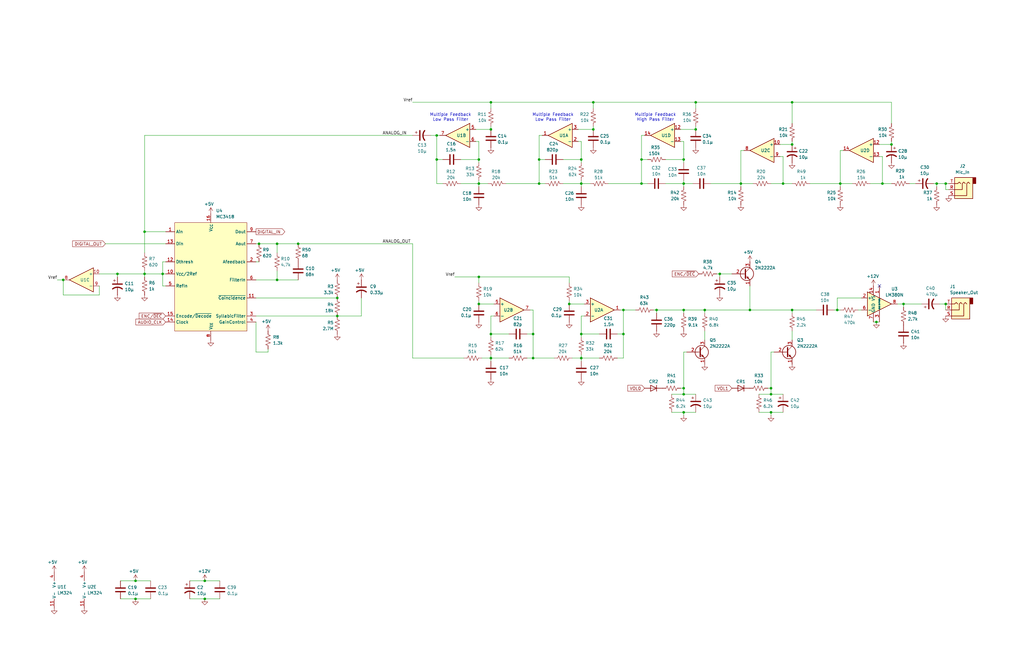
<source format=kicad_sch>
(kicad_sch (version 20231120) (generator "eeschema") (generator_version "8.0")
  (paper "USLedger")
  (title_block (title "Mountain Computer Supertalker") (date "2024-10-02") (comment 2 "captured by Mark Aikens") (comment 3 "by Mountain Computer") (comment 4 "Apple II speech digitizer & playback card"))
  (junction (at 116.84 118.11))
  (junction (at 60.96 97.79))
  (junction (at 125.73 102.87))
  (junction (at 116.84 102.87))
  (junction (at 398.78 128.27))
  (junction (at 297.18 130.81))
  (junction (at 325.12 173.99))
  (junction (at 201.93 77.47))
  (junction (at 398.78 77.47))
  (junction (at 293.37 43.18))
  (junction (at 293.37 54.61))
  (junction (at 60.96 115.57))
  (junction (at 316.23 130.81))
  (junction (at 375.92 60.96))
  (junction (at 372.11 77.47))
  (junction (at 288.29 173.99))
  (junction (at 334.01 130.81))
  (junction (at 57.15 252.73))
  (junction (at 245.11 67.31))
  (junction (at 325.12 163.83))
  (junction (at 270.51 67.31))
  (junction (at 201.93 67.31))
  (junction (at 68.58 115.57))
  (junction (at 57.15 245.11))
  (junction (at 369.57 135.89))
  (junction (at 381 128.27))
  (junction (at 276.86 130.81))
  (junction (at 201.93 128.27))
  (junction (at 270.51 77.47))
  (junction (at 288.29 130.81))
  (junction (at 201.93 116.84))
  (junction (at 240.03 128.27))
  (junction (at 303.53 115.57))
  (junction (at 184.15 67.31))
  (junction (at 334.01 43.18))
  (junction (at 142.24 125.73))
  (junction (at 227.33 77.47))
  (junction (at 250.19 43.18))
  (junction (at 334.01 60.96))
  (junction (at 288.29 77.47))
  (junction (at 207.01 151.13))
  (junction (at 86.36 252.73))
  (junction (at 49.53 115.57))
  (junction (at 262.89 130.81))
  (junction (at 245.11 151.13))
  (junction (at 86.36 245.11))
  (junction (at 224.79 140.97))
  (junction (at 142.24 133.35))
  (junction (at 353.06 130.81))
  (junction (at 224.79 151.13))
  (junction (at 207.01 54.61))
  (junction (at 325.12 166.37))
  (junction (at 109.22 102.87))
  (junction (at 288.29 163.83))
  (junction (at 227.33 67.31))
  (junction (at 26.67 118.11))
  (junction (at 394.97 77.47))
  (junction (at 354.33 77.47))
  (junction (at 262.89 140.97))
  (junction (at 330.2 77.47))
  (junction (at 184.15 57.15))
  (junction (at 207.01 43.18))
  (junction (at 245.11 77.47))
  (junction (at 288.29 166.37))
  (junction (at 288.29 67.31))
  (junction (at 245.11 140.97))
  (junction (at 312.42 77.47))
  (junction (at 207.01 140.97))
  (junction (at 250.19 54.61))
  (no_connect (at 370.84 120.65))
  (wire (pts (xy 60.96 114.3) (xy 60.96 115.57)))
  (wire (pts (xy 372.11 77.47) (xy 372.11 66.04)))
  (wire (pts (xy 245.11 140.97) (xy 252.73 140.97)))
  (wire (pts (xy 201.93 116.84) (xy 240.03 116.84)))
  (wire (pts (xy 86.36 245.11) (xy 92.71 245.11)))
  (wire (pts (xy 60.96 115.57) (xy 60.96 116.84)))
  (wire (pts (xy 69.85 120.65) (xy 68.58 120.65)))
  (wire (pts (xy 68.58 115.57) (xy 68.58 120.65)))
  (wire (pts (xy 205.74 77.47) (xy 201.93 77.47)))
  (wire (pts (xy 369.57 135.89) (xy 370.84 135.89)))
  (wire (pts (xy 334.01 60.96) (xy 328.93 60.96)))
  (wire (pts (xy 203.2 151.13) (xy 207.01 151.13)))
  (wire (pts (xy 334.01 43.18) (xy 334.01 52.07)))
  (wire (pts (xy 398.78 77.47) (xy 394.97 77.47)))
  (wire (pts (xy 353.06 130.81) (xy 354.33 130.81)))
  (wire (pts (xy 245.11 140.97) (xy 245.11 133.35)))
  (wire (pts (xy 394.97 77.47) (xy 393.7 77.47)))
  (wire (pts (xy 44.45 102.87) (xy 69.85 102.87)))
  (wire (pts (xy 109.22 102.87) (xy 116.84 102.87)))
  (wire (pts (xy 243.84 54.61) (xy 250.19 54.61)))
  (wire (pts (xy 330.2 66.04) (xy 328.93 66.04)))
  (wire (pts (xy 312.42 63.5) (xy 312.42 77.47)))
  (wire (pts (xy 293.37 166.37) (xy 288.29 166.37)))
  (wire (pts (xy 50.8 252.73) (xy 57.15 252.73)))
  (wire (pts (xy 288.29 67.31) (xy 288.29 68.58)))
  (wire (pts (xy 312.42 77.47) (xy 299.72 77.47)))
  (wire (pts (xy 208.28 128.27) (xy 201.93 128.27)))
  (wire (pts (xy 330.2 166.37) (xy 325.12 166.37)))
  (wire (pts (xy 50.8 245.11) (xy 57.15 245.11)))
  (wire (pts (xy 293.37 53.34) (xy 293.37 54.61)))
  (wire (pts (xy 293.37 54.61) (xy 287.02 54.61)))
  (wire (pts (xy 80.01 245.11) (xy 86.36 245.11)))
  (wire (pts (xy 60.96 97.79) (xy 60.96 57.15)))
  (wire (pts (xy 184.15 57.15) (xy 185.42 57.15)))
  (wire (pts (xy 207.01 53.34) (xy 207.01 54.61)))
  (wire (pts (xy 398.78 128.27) (xy 398.78 130.81)))
  (wire (pts (xy 107.95 102.87) (xy 109.22 102.87)))
  (wire (pts (xy 201.93 68.58) (xy 201.93 67.31)))
  (wire (pts (xy 246.38 128.27) (xy 240.03 128.27)))
  (wire (pts (xy 323.85 163.83) (xy 325.12 163.83)))
  (wire (pts (xy 288.29 163.83) (xy 288.29 166.37)))
  (wire (pts (xy 173.99 102.87) (xy 173.99 151.13)))
  (wire (pts (xy 26.67 118.11) (xy 24.13 118.11)))
  (wire (pts (xy 245.11 133.35) (xy 246.38 133.35)))
  (wire (pts (xy 400.05 77.47) (xy 398.78 77.47)))
  (wire (pts (xy 381 128.27) (xy 388.62 128.27)))
  (wire (pts (xy 60.96 97.79) (xy 69.85 97.79)))
  (wire (pts (xy 293.37 43.18) (xy 293.37 45.72)))
  (wire (pts (xy 381 128.27) (xy 378.46 128.27)))
  (wire (pts (xy 353.06 125.73) (xy 363.22 125.73)))
  (wire (pts (xy 184.15 57.15) (xy 181.61 57.15)))
  (wire (pts (xy 275.59 130.81) (xy 276.86 130.81)))
  (wire (pts (xy 288.29 67.31) (xy 288.29 59.69)))
  (wire (pts (xy 191.77 116.84) (xy 201.93 116.84)))
  (wire (pts (xy 49.53 115.57) (xy 49.53 116.84)))
  (wire (pts (xy 201.93 78.74) (xy 201.93 77.47)))
  (wire (pts (xy 184.15 57.15) (xy 184.15 67.31)))
  (wire (pts (xy 207.01 151.13) (xy 207.01 152.4)))
  (wire (pts (xy 107.95 110.49) (xy 109.22 110.49)))
  (wire (pts (xy 49.53 115.57) (xy 60.96 115.57)))
  (wire (pts (xy 125.73 102.87) (xy 173.99 102.87)))
  (wire (pts (xy 351.79 130.81) (xy 353.06 130.81)))
  (wire (pts (xy 330.2 66.04) (xy 330.2 77.47)))
  (wire (pts (xy 113.03 148.59) (xy 113.03 147.32)))
  (wire (pts (xy 292.1 77.47) (xy 288.29 77.47)))
  (wire (pts (xy 381 129.54) (xy 381 128.27)))
  (wire (pts (xy 201.93 67.31) (xy 194.31 67.31)))
  (wire (pts (xy 207.01 140.97) (xy 214.63 140.97)))
  (wire (pts (xy 375.92 77.47) (xy 372.11 77.47)))
  (wire (pts (xy 297.18 130.81) (xy 297.18 132.08)))
  (wire (pts (xy 320.04 166.37) (xy 325.12 166.37)))
  (wire (pts (xy 325.12 173.99) (xy 325.12 175.26)))
  (wire (pts (xy 368.3 135.89) (xy 369.57 135.89)))
  (wire (pts (xy 262.89 130.81) (xy 261.62 130.81)))
  (wire (pts (xy 116.84 114.3) (xy 116.84 118.11)))
  (wire (pts (xy 270.51 77.47) (xy 270.51 67.31)))
  (wire (pts (xy 116.84 102.87) (xy 125.73 102.87)))
  (wire (pts (xy 207.01 43.18) (xy 207.01 45.72)))
  (wire (pts (xy 334.01 130.81) (xy 344.17 130.81)))
  (wire (pts (xy 227.33 77.47) (xy 213.36 77.47)))
  (wire (pts (xy 283.21 166.37) (xy 288.29 166.37)))
  (wire (pts (xy 334.01 43.18) (xy 375.92 43.18)))
  (wire (pts (xy 116.84 106.68) (xy 116.84 102.87)))
  (wire (pts (xy 224.79 130.81) (xy 223.52 130.81)))
  (wire (pts (xy 222.25 140.97) (xy 224.79 140.97)))
  (wire (pts (xy 201.93 77.47) (xy 201.93 76.2)))
  (wire (pts (xy 317.5 77.47) (xy 312.42 77.47)))
  (wire (pts (xy 276.86 130.81) (xy 276.86 132.08)))
  (wire (pts (xy 107.95 135.89) (xy 107.95 148.59)))
  (wire (pts (xy 262.89 140.97) (xy 262.89 130.81)))
  (wire (pts (xy 288.29 77.47) (xy 288.29 76.2)))
  (wire (pts (xy 262.89 130.81) (xy 267.97 130.81)))
  (wire (pts (xy 260.35 140.97) (xy 262.89 140.97)))
  (wire (pts (xy 201.93 67.31) (xy 201.93 59.69)))
  (wire (pts (xy 86.36 252.73) (xy 80.01 252.73)))
  (wire (pts (xy 60.96 97.79) (xy 60.96 106.68)))
  (wire (pts (xy 41.91 120.65) (xy 41.91 124.46)))
  (wire (pts (xy 288.29 130.81) (xy 288.29 132.08)))
  (wire (pts (xy 398.78 80.01) (xy 398.78 77.47)))
  (wire (pts (xy 227.33 57.15) (xy 227.33 67.31)))
  (wire (pts (xy 375.92 60.96) (xy 375.92 59.69)))
  (wire (pts (xy 60.96 115.57) (xy 68.58 115.57)))
  (wire (pts (xy 330.2 173.99) (xy 325.12 173.99)))
  (wire (pts (xy 86.36 252.73) (xy 92.71 252.73)))
  (wire (pts (xy 107.95 118.11) (xy 116.84 118.11)))
  (wire (pts (xy 288.29 148.59) (xy 288.29 163.83)))
  (wire (pts (xy 184.15 77.47) (xy 186.69 77.47)))
  (wire (pts (xy 152.4 133.35) (xy 142.24 133.35)))
  (wire (pts (xy 201.93 59.69) (xy 200.66 59.69)))
  (wire (pts (xy 245.11 67.31) (xy 245.11 59.69)))
  (wire (pts (xy 57.15 252.73) (xy 63.5 252.73)))
  (wire (pts (xy 288.29 77.47) (xy 280.67 77.47)))
  (wire (pts (xy 400.05 80.01) (xy 398.78 80.01)))
  (wire (pts (xy 288.29 173.99) (xy 288.29 175.26)))
  (wire (pts (xy 250.19 53.34) (xy 250.19 54.61)))
  (wire (pts (xy 293.37 43.18) (xy 334.01 43.18)))
  (wire (pts (xy 201.93 77.47) (xy 194.31 77.47)))
  (wire (pts (xy 270.51 57.15) (xy 270.51 67.31)))
  (wire (pts (xy 245.11 77.47) (xy 237.49 77.47)))
  (wire (pts (xy 207.01 133.35) (xy 207.01 140.97)))
  (wire (pts (xy 250.19 43.18) (xy 250.19 45.72)))
  (wire (pts (xy 245.11 59.69) (xy 243.84 59.69)))
  (wire (pts (xy 250.19 43.18) (xy 293.37 43.18)))
  (wire (pts (xy 107.95 125.73) (xy 142.24 125.73)))
  (wire (pts (xy 297.18 139.7) (xy 297.18 143.51)))
  (wire (pts (xy 288.29 67.31) (xy 280.67 67.31)))
  (wire (pts (xy 245.11 76.2) (xy 245.11 77.47)))
  (wire (pts (xy 116.84 118.11) (xy 125.73 118.11)))
  (wire (pts (xy 354.33 77.47) (xy 354.33 78.74)))
  (wire (pts (xy 229.87 67.31) (xy 227.33 67.31)))
  (wire (pts (xy 270.51 67.31) (xy 273.05 67.31)))
  (wire (pts (xy 359.41 77.47) (xy 354.33 77.47)))
  (wire (pts (xy 394.97 77.47) (xy 394.97 78.74)))
  (wire (pts (xy 354.33 63.5) (xy 354.33 77.47)))
  (wire (pts (xy 201.93 116.84) (xy 201.93 119.38)))
  (wire (pts (xy 173.99 151.13) (xy 195.58 151.13)))
  (wire (pts (xy 207.01 43.18) (xy 250.19 43.18)))
  (wire (pts (xy 312.42 77.47) (xy 312.42 78.74)))
  (wire (pts (xy 224.79 151.13) (xy 233.68 151.13)))
  (wire (pts (xy 248.92 77.47) (xy 245.11 77.47)))
  (wire (pts (xy 297.18 130.81) (xy 316.23 130.81)))
  (wire (pts (xy 262.89 140.97) (xy 262.89 151.13)))
  (wire (pts (xy 241.3 151.13) (xy 245.11 151.13)))
  (wire (pts (xy 361.95 130.81) (xy 363.22 130.81)))
  (wire (pts (xy 271.78 57.15) (xy 270.51 57.15)))
  (wire (pts (xy 367.03 77.47) (xy 372.11 77.47)))
  (wire (pts (xy 207.01 149.86) (xy 207.01 151.13)))
  (wire (pts (xy 325.12 148.59) (xy 325.12 163.83)))
  (wire (pts (xy 107.95 133.35) (xy 142.24 133.35)))
  (wire (pts (xy 245.11 140.97) (xy 245.11 142.24)))
  (wire (pts (xy 287.02 163.83) (xy 288.29 163.83)))
  (wire (pts (xy 207.01 151.13) (xy 214.63 151.13)))
  (wire (pts (xy 173.99 43.18) (xy 207.01 43.18)))
  (wire (pts (xy 60.96 57.15) (xy 173.99 57.15)))
  (wire (pts (xy 227.33 77.47) (xy 229.87 77.47)))
  (wire (pts (xy 288.29 77.47) (xy 288.29 78.74)))
  (wire (pts (xy 288.29 130.81) (xy 297.18 130.81)))
  (wire (pts (xy 273.05 77.47) (xy 270.51 77.47)))
  (wire (pts (xy 334.01 130.81) (xy 334.01 132.08)))
  (wire (pts (xy 316.23 120.65) (xy 316.23 130.81)))
  (wire (pts (xy 288.29 59.69) (xy 287.02 59.69)))
  (wire (pts (xy 228.6 57.15) (xy 227.33 57.15)))
  (wire (pts (xy 325.12 163.83) (xy 325.12 166.37)))
  (wire (pts (xy 270.51 77.47) (xy 256.54 77.47)))
  (wire (pts (xy 224.79 140.97) (xy 224.79 151.13)))
  (wire (pts (xy 288.29 148.59) (xy 289.56 148.59)))
  (wire (pts (xy 186.69 67.31) (xy 184.15 67.31)))
  (wire (pts (xy 354.33 77.47) (xy 341.63 77.47)))
  (wire (pts (xy 283.21 173.99) (xy 288.29 173.99)))
  (wire (pts (xy 320.04 173.99) (xy 325.12 173.99)))
  (wire (pts (xy 372.11 66.04) (xy 370.84 66.04)))
  (wire (pts (xy 303.53 115.57) (xy 308.61 115.57)))
  (wire (pts (xy 302.26 115.57) (xy 303.53 115.57)))
  (wire (pts (xy 207.01 140.97) (xy 207.01 142.24)))
  (wire (pts (xy 224.79 130.81) (xy 224.79 140.97)))
  (wire (pts (xy 227.33 67.31) (xy 227.33 77.47)))
  (wire (pts (xy 41.91 115.57) (xy 49.53 115.57)))
  (wire (pts (xy 41.91 124.46) (xy 26.67 124.46)))
  (wire (pts (xy 330.2 77.47) (xy 325.12 77.47)))
  (wire (pts (xy 245.11 68.58) (xy 245.11 67.31)))
  (wire (pts (xy 325.12 148.59) (xy 326.39 148.59)))
  (wire (pts (xy 107.95 148.59) (xy 113.03 148.59)))
  (wire (pts (xy 334.01 59.69) (xy 334.01 60.96)))
  (wire (pts (xy 26.67 124.46) (xy 26.67 118.11)))
  (wire (pts (xy 245.11 77.47) (xy 245.11 78.74)))
  (wire (pts (xy 245.11 151.13) (xy 252.73 151.13)))
  (wire (pts (xy 224.79 151.13) (xy 222.25 151.13)))
  (wire (pts (xy 207.01 54.61) (xy 200.66 54.61)))
  (wire (pts (xy 334.01 139.7) (xy 334.01 143.51)))
  (wire (pts (xy 68.58 110.49) (xy 69.85 110.49)))
  (wire (pts (xy 240.03 116.84) (xy 240.03 119.38)))
  (wire (pts (xy 245.11 152.4) (xy 245.11 151.13)))
  (wire (pts (xy 68.58 115.57) (xy 68.58 110.49)))
  (wire (pts (xy 316.23 130.81) (xy 334.01 130.81)))
  (wire (pts (xy 240.03 128.27) (xy 240.03 127)))
  (wire (pts (xy 334.01 77.47) (xy 330.2 77.47)))
  (wire (pts (xy 303.53 115.57) (xy 303.53 116.84)))
  (wire (pts (xy 383.54 77.47) (xy 386.08 77.47)))
  (wire (pts (xy 207.01 133.35) (xy 208.28 133.35)))
  (wire (pts (xy 152.4 125.73) (xy 152.4 133.35)))
  (wire (pts (xy 201.93 128.27) (xy 201.93 127)))
  (wire (pts (xy 293.37 173.99) (xy 288.29 173.99)))
  (wire (pts (xy 396.24 128.27) (xy 398.78 128.27)))
  (wire (pts (xy 354.33 63.5) (xy 355.6 63.5)))
  (wire (pts (xy 260.35 151.13) (xy 262.89 151.13)))
  (wire (pts (xy 245.11 149.86) (xy 245.11 151.13)))
  (wire (pts (xy 57.15 245.11) (xy 63.5 245.11)))
  (wire (pts (xy 245.11 67.31) (xy 237.49 67.31)))
  (wire (pts (xy 375.92 60.96) (xy 370.84 60.96)))
  (wire (pts (xy 353.06 130.81) (xy 353.06 125.73)))
  (wire (pts (xy 375.92 43.18) (xy 375.92 52.07)))
  (wire (pts (xy 276.86 130.81) (xy 288.29 130.81)))
  (wire (pts (xy 184.15 67.31) (xy 184.15 77.47)))
  (wire (pts (xy 313.69 63.5) (xy 312.42 63.5)))
  (wire (pts (xy 68.58 115.57) (xy 69.85 115.57)))
  (text "Multiple Feedback\nHigh Pass Filter" (at 276.352 49.53 0) (effects (font (size 1.27 1.27))))
  (text "Multiple Feedback\nLow Pass Filter" (at 233.172 49.53 0) (effects (font (size 1.27 1.27))))
  (text "Multiple Feedback\nLow Pass Filter" (at 189.992 49.53 0) (effects (font (size 1.27 1.27))))
  (label "Vref" (at 191.77 116.84 180))
  (label "Vref" (at 24.13 118.11 180))
  (label "ANALOG_IN" (at 161.29 57.15 0))
  (label "ANALOG_OUT" (at 161.29 102.87 0))
  (label "Vref" (at 173.99 43.18 180))
  (global_label "ENC{slash}~{DEC}" (shape input) (at 69.85 133.35 180) (property "Intersheetrefs" "${INTERSHEET_REFS}" (effects (hide yes))))
  (global_label "AUDIO_CLK" (shape input) (at 69.85 135.89 180) (property "Intersheetrefs" "${INTERSHEET_REFS}" (effects (hide yes))))
  (global_label "VOL1" (shape input) (at 308.61 163.83 180) (property "Intersheetrefs" "${INTERSHEET_REFS}" (effects (hide yes))))
  (global_label "DIGITAL_OUT" (shape input) (at 44.45 102.87 180) (property "Intersheetrefs" "${INTERSHEET_REFS}" (effects (hide yes))))
  (global_label "VOL0" (shape input) (at 271.78 163.83 180) (property "Intersheetrefs" "${INTERSHEET_REFS}" (effects (hide yes))))
  (global_label "ENC{slash}~{DEC}" (shape input) (at 294.64 115.57 180) (property "Intersheetrefs" "${INTERSHEET_REFS}" (effects (hide yes))))
  (global_label "DIGITAL_IN" (shape output) (at 107.95 97.79 0) (property "Intersheetrefs" "${INTERSHEET_REFS}" (effects (hide yes))))
  (symbol (lib_id "Device:R_US") (at 237.49 151.13 90) (unit 1)
    (property "Reference" "R27" (at 235.458 145.796 90) (effects (justify right)))
    (property "Value" "20k" (at 235.458 148.336 90) (effects (justify right)))
    (property "Description" "Resistor, US symbol" (effects (hide yes)))
  )
  (symbol (lib_id "Device:R_US") (at 288.29 135.89 0) (unit 1)
    (property "Reference" "R39" (at 290.068 134.62 0) (effects (justify left)))
    (property "Value" "9.1k" (at 290.068 137.16 0) (effects (justify left)))
    (property "Description" "Resistor, US symbol" (effects (hide yes)))
  )
  (symbol (lib_id "Connector_Audio:AudioJack3") (at 405.13 80.01 180) (unit 1)
    (property "Reference" "J2" (at 405.892 70.104 0))
    (property "Value" "Mic_In" (at 405.892 72.644 0))
    (property "Description" "Audio Jack, 3 Poles (Stereo / TRS)" (effects (hide yes)))
  )
  (symbol (lib_id "Device:C_Polarized_US") (at 330.2 170.18 0) (unit 1)
    (property "Reference" "C42" (at 333.248 168.91 0) (effects (justify left)))
    (property "Value" "10µ" (at 333.248 171.45 0) (effects (justify left)))
    (property "Description" "Polarized capacitor, US symbol" (effects (hide yes)))
  )
  (symbol (lib_id "Transistor_BJT:PN2222A") (at 331.47 148.59 0) (unit 1)
    (property "Reference" "Q3" (at 336.042 143.51 0) (effects (justify left)))
    (property "Value" "2N2222A" (at 336.042 146.05 0) (effects (justify left)))
    (property "Footprint" "Package_TO_SOT_THT:TO-18-3" (effects (hide yes)))
    (property "Datasheet" "https://www.onsemi.com/pub/Collateral/PN2222-D.PDF" (effects (hide yes)))
    (property "Description" "1A Ic, 40V Vce, NPN Transistor, General Purpose Transistor, TO-92" (effects (hide yes)))
  )
  (symbol (lib_id "Device:C_Polarized_US") (at 152.4 121.92 0) (unit 1)
    (property "Reference" "C9" (at 155.956 120.904 0) (effects (justify left)))
    (property "Value" "0.33µ" (at 155.956 123.444 0) (effects (justify left)))
    (property "Description" "Polarized capacitor, US symbol" (effects (hide yes)))
  )
  (symbol (lib_id "Device:C") (at 218.44 140.97 90) (unit 1)
    (property "Reference" "C21" (at 216.408 134.366 90) (effects (justify right)))
    (property "Value" "82p" (at 216.408 136.906 90) (effects (justify right)))
    (property "Description" "Unpolarized capacitor" (effects (hide yes)))
  )
  (symbol (lib_id "Device:C") (at 207.01 58.42 0) (mirror y) (unit 1)
    (property "Reference" "C14" (at 209.804 57.404 0) (effects (justify right)))
    (property "Value" "0.1µ" (at 209.804 59.944 0) (effects (justify right)))
    (property "Description" "Unpolarized capacitor" (effects (hide yes)))
  )
  (symbol (lib_id "Device:R_US") (at 250.19 49.53 0) (mirror y) (unit 1)
    (property "Reference" "R22" (at 248.412 48.26 0) (effects (justify left)))
    (property "Value" "10k" (at 248.412 50.8 0) (effects (justify left)))
    (property "Description" "Resistor, US symbol" (effects (hide yes)))
  )
  (symbol (lib_id "Device:C") (at 207.01 156.21 0) (unit 1)
    (property "Reference" "C17" (at 210.566 155.194 0) (effects (justify left)))
    (property "Value" "10n" (at 210.566 157.734 0) (effects (justify left)))
    (property "Description" "Unpolarized capacitor" (effects (hide yes)))
  )
  (symbol (lib_id "Device:R_US") (at 201.93 72.39 0) (mirror y) (unit 1)
    (property "Reference" "R13" (at 200.152 71.12 0) (effects (justify left)))
    (property "Value" "33k" (at 200.152 73.66 0) (effects (justify left)))
    (property "Description" "Resistor, US symbol" (effects (hide yes)))
  )
  (symbol (lib_id "Device:R_US") (at 113.03 143.51 0) (unit 1)
    (property "Reference" "R8" (at 115.062 142.24 0) (effects (justify left)))
    (property "Value" "1.3k" (at 115.062 144.78 0) (effects (justify left)))
    (property "Description" "Resistor, US symbol" (effects (hide yes)))
  )
  (symbol (lib_id "power:GND") (at 369.57 135.89 0) (unit 1)
    (property "Reference" "#PWR078" (effects (hide yes)))
    (property "Value" "GND" (effects (hide yes)))
    (property "Description" "Power symbol creates a global label with name \"GND\" , ground" (effects (hide yes)))
  )
  (symbol (lib_id "power:GND") (at 207.01 62.23 0) (mirror y) (unit 1)
    (property "Reference" "#PWR045" (effects (hide yes)))
    (property "Value" "GND" (effects (hide yes)))
    (property "Description" "Power symbol creates a global label with name \"GND\" , ground" (effects (hide yes)))
  )
  (symbol (lib_id "Device:R_US") (at 142.24 137.16 0) (unit 1)
    (property "Reference" "R5" (at 140.716 136.144 0) (effects (justify right)))
    (property "Value" "2.7M" (at 140.716 138.684 0) (effects (justify right)))
    (property "Description" "Resistor, US symbol" (effects (hide yes)))
  )
  (symbol (lib_id "power:GND") (at 245.11 160.02 0) (unit 1)
    (property "Reference" "#PWR068" (effects (hide yes)))
    (property "Value" "GND" (effects (hide yes)))
    (property "Description" "Power symbol creates a global label with name \"GND\" , ground" (effects (hide yes)))
  )
  (symbol (lib_id "power:+5V") (at 113.03 139.7 0) (unit 1)
    (property "Reference" "#PWR061" (effects (hide yes)))
    (property "Value" "+5V" (at 112.268 135.636 0))
    (property "Description" "Power symbol creates a global label with name \"+5V\"" (effects (hide yes)))
  )
  (symbol (lib_id "Device:R_US") (at 256.54 151.13 90) (unit 1)
    (property "Reference" "R31" (at 254.508 145.796 90) (effects (justify right)))
    (property "Value" "20k" (at 254.508 148.336 90) (effects (justify right)))
    (property "Description" "Resistor, US symbol" (effects (hide yes)))
  )
  (symbol (lib_id "Device:C") (at 347.98 130.81 270) (unit 1)
    (property "Reference" "C38" (at 345.948 124.206 90) (effects (justify left)))
    (property "Value" "10n" (at 345.948 126.746 90) (effects (justify left)))
    (property "Description" "Unpolarized capacitor" (effects (hide yes)))
  )
  (symbol (lib_id "Device:C") (at 125.73 114.3 0) (unit 1)
    (property "Reference" "C10" (at 128.778 113.284 0) (effects (justify left)))
    (property "Value" "68n" (at 128.778 115.824 0) (effects (justify left)))
    (property "Description" "Unpolarized capacitor" (effects (hide yes)))
  )
  (symbol (lib_id "Device:R_US") (at 381 133.35 0) (unit 1)
    (property "Reference" "R48" (at 382.778 132.08 0) (effects (justify left)))
    (property "Value" "2.7k" (at 382.778 134.62 0) (effects (justify left)))
    (property "Description" "Resistor, US symbol" (effects (hide yes)))
  )
  (symbol (lib_id "Device:C_Polarized_US") (at 303.53 120.65 0) (unit 1)
    (property "Reference" "C35" (at 306.578 119.38 0) (effects (justify left)))
    (property "Value" "10µ" (at 306.578 121.92 0) (effects (justify left)))
    (property "Description" "Polarized capacitor, US symbol" (effects (hide yes)))
  )
  (symbol (lib_id "power:GND") (at 207.01 160.02 0) (unit 1)
    (property "Reference" "#PWR066" (effects (hide yes)))
    (property "Value" "GND" (effects (hide yes)))
    (property "Description" "Power symbol creates a global label with name \"GND\" , ground" (effects (hide yes)))
  )
  (symbol (lib_id "Connector_Audio:AudioJack3") (at 403.86 130.81 180) (unit 1)
    (property "Reference" "J1" (at 400.558 120.904 0) (effects (justify right)))
    (property "Value" "Speaker_Out" (at 400.558 123.444 0) (effects (justify right)))
    (property "Description" "Audio Jack, 3 Poles (Stereo / TRS)" (effects (hide yes)))
  )
  (symbol (lib_id "Device:R_US") (at 209.55 77.47 270) (mirror x) (unit 1)
    (property "Reference" "R18" (at 211.074 72.39 90) (effects (justify right)))
    (property "Value" "20k" (at 211.074 74.93 90) (effects (justify right)))
    (property "Description" "Resistor, US symbol" (effects (hide yes)))
  )
  (symbol (lib_id "Device:C_Polarized_US") (at 375.92 64.77 0) (mirror y) (unit 1)
    (property "Reference" "C28" (at 378.714 63.754 0) (effects (justify right)))
    (property "Value" "10µ" (at 378.714 66.294 0) (effects (justify right)))
    (property "Description" "Polarized capacitor, US symbol" (effects (hide yes)))
  )
  (symbol (lib_id "power:GND") (at 245.11 86.36 0) (mirror y) (unit 1)
    (property "Reference" "#PWR029" (effects (hide yes)))
    (property "Value" "GND" (effects (hide yes)))
    (property "Description" "Power symbol creates a global label with name \"GND\" , ground" (effects (hide yes)))
  )
  (symbol (lib_id "power:+5V") (at 35.56 241.3 0) (unit 1)
    (property "Reference" "#PWR049" (effects (hide yes)))
    (property "Value" "+5V" (at 34.798 237.236 0))
    (property "Description" "Power symbol creates a global label with name \"+5V\"" (effects (hide yes)))
  )
  (symbol (lib_id "power:GND") (at 201.93 86.36 0) (mirror y) (unit 1)
    (property "Reference" "#PWR046" (effects (hide yes)))
    (property "Value" "GND" (effects (hide yes)))
    (property "Description" "Power symbol creates a global label with name \"GND\" , ground" (effects (hide yes)))
  )
  (symbol (lib_id "Device:C_Polarized_US") (at 334.01 64.77 0) (mirror y) (unit 1)
    (property "Reference" "C22" (at 336.804 63.754 0) (effects (justify right)))
    (property "Value" "10µ" (at 336.804 66.294 0) (effects (justify right)))
    (property "Description" "Polarized capacitor, US symbol" (effects (hide yes)))
  )
  (symbol (lib_id "power:GND") (at 35.56 256.54 0) (unit 1)
    (property "Reference" "#PWR050" (effects (hide yes)))
    (property "Value" "GND" (effects (hide yes)))
    (property "Description" "Power symbol creates a global label with name \"GND\" , ground" (effects (hide yes)))
  )
  (symbol (lib_id "power:GND") (at 334.01 153.67 0) (unit 1)
    (property "Reference" "#PWR076" (effects (hide yes)))
    (property "Value" "GND" (effects (hide yes)))
    (property "Description" "Power symbol creates a global label with name \"GND\" , ground" (effects (hide yes)))
  )
  (symbol (lib_id "power:+5V") (at 88.9 90.17 0) (unit 1)
    (property "Reference" "#PWR059" (effects (hide yes)))
    (property "Value" "+5V" (at 88.138 86.106 0))
    (property "Description" "Power symbol creates a global label with name \"+5V\"" (effects (hide yes)))
  )
  (symbol (lib_id "power:GND") (at 88.9 143.51 0) (unit 1)
    (property "Reference" "#PWR060" (effects (hide yes)))
    (property "Value" "GND" (effects (hide yes)))
    (property "Description" "Power symbol creates a global label with name \"GND\" , ground" (effects (hide yes)))
  )
  (symbol (lib_id "Device:R_US") (at 363.22 77.47 270) (mirror x) (unit 1)
    (property "Reference" "R26" (at 364.998 72.39 90) (effects (justify right)))
    (property "Value" "15k" (at 364.998 74.93 90) (effects (justify right)))
    (property "Description" "Resistor, US symbol" (effects (hide yes)))
  )
  (symbol (lib_id "Device:R_US") (at 60.96 120.65 0) (unit 1)
    (property "Reference" "R6" (at 62.738 119.38 0) (effects (justify left)))
    (property "Value" "1k" (at 62.738 121.92 0) (effects (justify left)))
    (property "Description" "Resistor, US symbol" (effects (hide yes)))
  )
  (symbol (lib_id "power:+12V") (at 368.3 120.65 0) (unit 1)
    (property "Reference" "#PWR077" (effects (hide yes)))
    (property "Value" "+12V" (at 368.046 116.586 0))
    (property "Description" "Power symbol creates a global label with name \"+12V\"" (effects (hide yes)))
  )
  (symbol (lib_id "Device:C_Polarized_US") (at 177.8 57.15 90) (mirror x) (unit 1)
    (property "Reference" "C13" (at 176.022 61.214 90) (effects (justify right)))
    (property "Value" "10µ" (at 176.022 63.754 90) (effects (justify right)))
    (property "Description" "Polarized capacitor, US symbol" (effects (hide yes)))
  )
  (symbol (lib_id "Device:C") (at 201.93 132.08 0) (unit 1)
    (property "Reference" "C20" (at 198.882 130.556 0) (effects (justify right)))
    (property "Value" "0.1µ" (at 198.882 133.096 0) (effects (justify right)))
    (property "Description" "Unpolarized capacitor" (effects (hide yes)))
  )
  (symbol (lib_id "Device:R_US") (at 142.24 129.54 0) (unit 1)
    (property "Reference" "R4" (at 140.716 128.524 0) (effects (justify right)))
    (property "Value" "18k" (at 140.716 131.064 0) (effects (justify right)))
    (property "Description" "Resistor, US symbol" (effects (hide yes)))
  )
  (symbol (lib_id "power:GND") (at 142.24 140.97 0) (unit 1)
    (property "Reference" "#PWR063" (effects (hide yes)))
    (property "Value" "GND" (effects (hide yes)))
    (property "Description" "Power symbol creates a global label with name \"GND\" , ground" (effects (hide yes)))
  )
  (symbol (lib_id "Device:R_US") (at 283.21 163.83 90) (unit 1)
    (property "Reference" "R41" (at 281.178 158.496 90) (effects (justify right)))
    (property "Value" "10k" (at 281.178 161.036 90) (effects (justify right)))
    (property "Description" "Resistor, US symbol" (effects (hide yes)))
  )
  (symbol (lib_id "Amplifier_Operational:LM324") (at 25.4 248.92 0) (unit 5)
    (property "Reference" "U1" (at 24.13 247.6499 0) (effects (justify left)))
    (property "Value" "LM324" (at 24.13 250.1899 0) (effects (justify left)))
    (property "Datasheet" "http://www.ti.com/lit/ds/symlink/lm2902-n.pdf" (effects (hide yes)))
    (property "Description" "Low-Power, Quad-Operational Amplifiers, DIP-14/SOIC-14/SSOP-14" (effects (hide yes)))
  )
  (symbol (lib_id "Device:R_US") (at 233.68 77.47 270) (mirror x) (unit 1)
    (property "Reference" "R23" (at 235.204 72.39 90) (effects (justify right)))
    (property "Value" "51k" (at 235.204 74.93 90) (effects (justify right)))
    (property "Description" "Resistor, US symbol" (effects (hide yes)))
  )
  (symbol (lib_id "Device:C_Polarized_US") (at 293.37 170.18 0) (unit 1)
    (property "Reference" "C43" (at 296.418 168.91 0) (effects (justify left)))
    (property "Value" "10µ" (at 296.418 171.45 0) (effects (justify left)))
    (property "Description" "Polarized capacitor, US symbol" (effects (hide yes)))
  )
  (symbol (lib_id "power:GND") (at 398.78 133.35 0) (unit 1)
    (property "Reference" "#PWR080" (effects (hide yes)))
    (property "Value" "GND" (effects (hide yes)))
    (property "Description" "Power symbol creates a global label with name \"GND\" , ground" (effects (hide yes)))
  )
  (symbol (lib_id "Device:C") (at 293.37 58.42 0) (mirror y) (unit 1)
    (property "Reference" "C34" (at 296.164 57.404 0) (effects (justify right)))
    (property "Value" "0.1µ" (at 296.164 59.944 0) (effects (justify right)))
    (property "Description" "Unpolarized capacitor" (effects (hide yes)))
  )
  (symbol (lib_id "Device:D") (at 312.42 163.83 180) (unit 1)
    (property "Reference" "CR1" (at 312.42 161.036 0))
    (property "Value" "D" (effects (hide yes)))
    (property "Description" "Diode" (effects (hide yes)))
    (property "Sim.Device" "D" (effects (hide yes)))
    (property "Sim.Pins" "1=K 2=A" (effects (hide yes)))
  )
  (symbol (lib_id "Device:C_Polarized_US") (at 392.43 128.27 90) (unit 1)
    (property "Reference" "C40" (at 390.398 121.666 90) (effects (justify right)))
    (property "Value" "470µ" (at 390.398 124.206 90) (effects (justify right)))
    (property "Description" "Polarized capacitor, US symbol" (effects (hide yes)))
  )
  (symbol (lib_id "Amplifier_Operational:LM324") (at 215.9 130.81 0) (unit 2)
    (property "Reference" "U2" (at 214.376 130.81 0))
    (property "Value" "LM324" (effects (hide yes)))
    (property "Datasheet" "http://www.ti.com/lit/ds/symlink/lm2902-n.pdf" (effects (hide yes)))
    (property "Description" "Low-Power, Quad-Operational Amplifiers, DIP-14/SOIC-14/SSOP-14" (effects (hide yes)))
  )
  (symbol (lib_id "Device:R_US") (at 271.78 130.81 90) (unit 1)
    (property "Reference" "R43" (at 269.748 125.476 90) (effects (justify right)))
    (property "Value" "63k" (at 269.748 128.016 90) (effects (justify right)))
    (property "Description" "Resistor, US symbol" (effects (hide yes)))
  )
  (symbol (lib_id "Device:C") (at 245.11 156.21 0) (unit 1)
    (property "Reference" "C27" (at 248.666 155.194 0) (effects (justify left)))
    (property "Value" "10n" (at 248.666 157.734 0) (effects (justify left)))
    (property "Description" "Unpolarized capacitor" (effects (hide yes)))
  )
  (symbol (lib_id "Device:C_Polarized_US") (at 80.01 248.92 0) (unit 1)
    (property "Reference" "C2" (at 83.058 247.904 0) (effects (justify left)))
    (property "Value" "10µ" (at 83.058 250.444 0) (effects (justify left)))
    (property "Description" "Polarized capacitor, US symbol" (effects (hide yes)))
  )
  (symbol (lib_id "power:GND") (at 394.97 86.36 0) (mirror y) (unit 1)
    (property "Reference" "#PWR06" (effects (hide yes)))
    (property "Value" "GND" (effects (hide yes)))
    (property "Description" "Power symbol creates a global label with name \"GND\" , ground" (effects (hide yes)))
  )
  (symbol (lib_id "Device:R_US") (at 116.84 110.49 0) (unit 1)
    (property "Reference" "R10" (at 118.364 109.22 0) (effects (justify left)))
    (property "Value" "4.7k" (at 118.364 111.76 0) (effects (justify left)))
    (property "Description" "Resistor, US symbol" (effects (hide yes)))
  )
  (symbol (lib_id "power:GND") (at 354.33 86.36 0) (mirror y) (unit 1)
    (property "Reference" "#PWR015" (effects (hide yes)))
    (property "Value" "GND" (effects (hide yes)))
    (property "Description" "Power symbol creates a global label with name \"GND\" , ground" (effects (hide yes)))
  )
  (symbol (lib_id "Device:R_US") (at 201.93 123.19 0) (unit 1)
    (property "Reference" "R19" (at 203.708 121.92 0) (effects (justify left)))
    (property "Value" "10k" (at 203.708 124.46 0) (effects (justify left)))
    (property "Description" "Resistor, US symbol" (effects (hide yes)))
  )
  (symbol (lib_id "Device:R_US") (at 321.31 77.47 270) (mirror x) (unit 1)
    (property "Reference" "R20" (at 322.834 72.39 90) (effects (justify right)))
    (property "Value" "22k" (at 322.834 74.93 90) (effects (justify right)))
    (property "Description" "Resistor, US symbol" (effects (hide yes)))
  )
  (symbol (lib_id "power:GND") (at 293.37 62.23 0) (mirror y) (unit 1)
    (property "Reference" "#PWR018" (effects (hide yes)))
    (property "Value" "GND" (effects (hide yes)))
    (property "Description" "Power symbol creates a global label with name \"GND\" , ground" (effects (hide yes)))
  )
  (symbol (lib_id "power:GND") (at 288.29 175.26 0) (unit 1)
    (property "Reference" "#PWR071" (effects (hide yes)))
    (property "Value" "GND" (effects (hide yes)))
    (property "Description" "Power symbol creates a global label with name \"GND\" , ground" (effects (hide yes)))
  )
  (symbol (lib_id "Transistor_BJT:PN2222A") (at 294.64 148.59 0) (unit 1)
    (property "Reference" "Q5" (at 299.212 143.51 0) (effects (justify left)))
    (property "Value" "2N2222A" (at 299.212 146.05 0) (effects (justify left)))
    (property "Footprint" "Package_TO_SOT_THT:TO-18-3" (effects (hide yes)))
    (property "Datasheet" "https://www.onsemi.com/pub/Collateral/PN2222-D.PDF" (effects (hide yes)))
    (property "Description" "1A Ic, 40V Vce, NPN Transistor, General Purpose Transistor, TO-92" (effects (hide yes)))
  )
  (symbol (lib_id "power:+5V") (at 57.15 245.11 0) (unit 1)
    (property "Reference" "#PWR057" (effects (hide yes)))
    (property "Value" "+5V" (at 56.388 241.046 0))
    (property "Description" "Power symbol creates a global label with name \"+5V\"" (effects (hide yes)))
  )
  (symbol (lib_id "power:GND") (at 240.03 135.89 0) (unit 1)
    (property "Reference" "#PWR067" (effects (hide yes)))
    (property "Value" "GND" (effects (hide yes)))
    (property "Description" "Power symbol creates a global label with name \"GND\" , ground" (effects (hide yes)))
  )
  (symbol (lib_id "Device:R_US") (at 337.82 77.47 270) (mirror x) (unit 1)
    (property "Reference" "R49" (at 339.852 72.39 90) (effects (justify right)))
    (property "Value" "1k" (at 339.852 74.93 90) (effects (justify right)))
    (property "Description" "Resistor, US symbol" (effects (hide yes)))
  )
  (symbol (lib_id "power:GND") (at 288.29 139.7 0) (unit 1)
    (property "Reference" "#PWR070" (effects (hide yes)))
    (property "Value" "GND" (effects (hide yes)))
    (property "Description" "Power symbol creates a global label with name \"GND\" , ground" (effects (hide yes)))
  )
  (symbol (lib_id "Device:C") (at 201.93 82.55 0) (mirror y) (unit 1)
    (property "Reference" "C18" (at 198.882 81.534 0) (effects (justify left)))
    (property "Value" "10n" (at 198.882 84.074 0) (effects (justify left)))
    (property "Description" "Unpolarized capacitor" (effects (hide yes)))
  )
  (symbol (lib_id "power:+5V") (at 316.23 110.49 0) (unit 1)
    (property "Reference" "#PWR074" (effects (hide yes)))
    (property "Value" "+5V" (at 315.468 106.426 0))
    (property "Description" "Power symbol creates a global label with name \"+5V\"" (effects (hide yes)))
  )
  (symbol (lib_id "Device:R_US") (at 109.22 106.68 0) (unit 1)
    (property "Reference" "R9" (at 110.744 105.41 0) (effects (justify left)))
    (property "Value" "620" (at 110.744 107.95 0) (effects (justify left)))
    (property "Description" "Resistor, US symbol" (effects (hide yes)))
  )
  (symbol (lib_id "Device:R_US") (at 379.73 77.47 270) (mirror x) (unit 1)
    (property "Reference" "R29" (at 381.508 72.136 90) (effects (justify right)))
    (property "Value" "1k" (at 381.508 74.676 90) (effects (justify right)))
    (property "Description" "Resistor, US symbol" (effects (hide yes)))
  )
  (symbol (lib_id "Device:C") (at 256.54 140.97 90) (unit 1)
    (property "Reference" "C31" (at 254.508 134.366 90) (effects (justify right)))
    (property "Value" "1.5n" (at 254.508 136.906 90) (effects (justify right)))
    (property "Description" "Unpolarized capacitor" (effects (hide yes)))
  )
  (symbol (lib_id "power:GND") (at 312.42 86.36 0) (mirror y) (unit 1)
    (property "Reference" "#PWR017" (effects (hide yes)))
    (property "Value" "GND" (effects (hide yes)))
    (property "Description" "Power symbol creates a global label with name \"GND\" , ground" (effects (hide yes)))
  )
  (symbol (lib_id "Device:R_US") (at 298.45 115.57 90) (unit 1)
    (property "Reference" "R38" (at 296.418 110.49 90) (effects (justify right)))
    (property "Value" "4.7k" (at 296.418 113.03 90) (effects (justify right)))
    (property "Description" "Resistor, US symbol" (effects (hide yes)))
  )
  (symbol (lib_id "power:+12V") (at 86.36 245.11 0) (unit 1)
    (property "Reference" "#PWR051" (effects (hide yes)))
    (property "Value" "+12V" (at 86.106 241.046 0))
    (property "Description" "Power symbol creates a global label with name \"+12V\"" (effects (hide yes)))
  )
  (symbol (lib_id "Amplifier_Operational:LM324") (at 236.22 57.15 0) (mirror y) (unit 1)
    (property "Reference" "U1" (at 237.744 57.15 0))
    (property "Value" "LM324" (effects (hide yes)))
    (property "Datasheet" "http://www.ti.com/lit/ds/symlink/lm2902-n.pdf" (effects (hide yes)))
    (property "Description" "Low-Power, Quad-Operational Amplifiers, DIP-14/SOIC-14/SSOP-14" (effects (hide yes)))
  )
  (symbol (lib_id "Device:R_US") (at 334.01 55.88 0) (mirror y) (unit 1)
    (property "Reference" "R21" (at 332.232 54.61 0) (effects (justify left)))
    (property "Value" "10k" (at 332.232 57.15 0) (effects (justify left)))
    (property "Description" "Resistor, US symbol" (effects (hide yes)))
  )
  (symbol (lib_id "Device:C") (at 288.29 72.39 0) (mirror y) (unit 1)
    (property "Reference" "C33" (at 285.496 71.374 0) (effects (justify left)))
    (property "Value" "10n" (at 285.496 73.914 0) (effects (justify left)))
    (property "Description" "Unpolarized capacitor" (effects (hide yes)))
  )
  (symbol (lib_id "Device:R_US") (at 334.01 135.89 0) (unit 1)
    (property "Reference" "R45" (at 335.788 134.62 0) (effects (justify left)))
    (property "Value" "2.2k" (at 335.788 137.16 0) (effects (justify left)))
    (property "Description" "Resistor, US symbol" (effects (hide yes)))
  )
  (symbol (lib_id "Device:R_US") (at 199.39 151.13 90) (unit 1)
    (property "Reference" "R15" (at 197.358 145.796 90) (effects (justify right)))
    (property "Value" "51k" (at 197.358 148.336 90) (effects (justify right)))
    (property "Description" "Resistor, US symbol" (effects (hide yes)))
  )
  (symbol (lib_id "power:+5V") (at 22.86 241.3 0) (unit 1)
    (property "Reference" "#PWR047" (effects (hide yes)))
    (property "Value" "+5V" (at 22.098 237.236 0))
    (property "Description" "Power symbol creates a global label with name \"+5V\"" (effects (hide yes)))
  )
  (symbol (lib_id "power:+5V") (at 152.4 118.11 0) (unit 1)
    (property "Reference" "#PWR064" (effects (hide yes)))
    (property "Value" "+5V" (at 151.638 114.046 0))
    (property "Description" "Power symbol creates a global label with name \"+5V\"" (effects (hide yes)))
  )
  (symbol (lib_id "power:GND") (at 22.86 256.54 0) (unit 1)
    (property "Reference" "#PWR048" (effects (hide yes)))
    (property "Value" "GND" (effects (hide yes)))
    (property "Description" "Power symbol creates a global label with name \"GND\" , ground" (effects (hide yes)))
  )
  (symbol (lib_id "Device:R_US") (at 218.44 151.13 90) (unit 1)
    (property "Reference" "R16" (at 216.408 145.796 90) (effects (justify right)))
    (property "Value" "51k" (at 216.408 148.336 90) (effects (justify right)))
    (property "Description" "Resistor, US symbol" (effects (hide yes)))
  )
  (symbol (lib_id "Device:C") (at 245.11 82.55 0) (mirror y) (unit 1)
    (property "Reference" "C26" (at 242.062 81.534 0) (effects (justify left)))
    (property "Value" "10n" (at 242.062 84.074 0) (effects (justify left)))
    (property "Description" "Unpolarized capacitor" (effects (hide yes)))
  )
  (symbol (lib_id "Device:R_US") (at 245.11 72.39 0) (mirror y) (unit 1)
    (property "Reference" "R24" (at 243.332 71.12 0) (effects (justify left)))
    (property "Value" "62k" (at 243.332 73.66 0) (effects (justify left)))
    (property "Description" "Resistor, US symbol" (effects (hide yes)))
  )
  (symbol (lib_id "power:GND") (at 325.12 175.26 0) (unit 1)
    (property "Reference" "#PWR075" (effects (hide yes)))
    (property "Value" "GND" (effects (hide yes)))
    (property "Description" "Power symbol creates a global label with name \"GND\" , ground" (effects (hide yes)))
  )
  (symbol (lib_id "Device:R_US") (at 320.04 170.18 0) (unit 1)
    (property "Reference" "R46" (at 321.818 168.91 0) (effects (justify left)))
    (property "Value" "6.2k" (at 321.818 171.45 0) (effects (justify left)))
    (property "Description" "Resistor, US symbol" (effects (hide yes)))
  )
  (symbol (lib_id "Device:C") (at 63.5 248.92 0) (unit 1)
    (property "Reference" "C23" (at 66.548 247.904 0) (effects (justify left)))
    (property "Value" "0.1µ" (at 66.548 250.444 0) (effects (justify left)))
    (property "Description" "Unpolarized capacitor" (effects (hide yes)))
  )
  (symbol (lib_id "power:GND") (at 381 144.78 0) (unit 1)
    (property "Reference" "#PWR079" (effects (hide yes)))
    (property "Value" "GND" (effects (hide yes)))
    (property "Description" "Power symbol creates a global label with name \"GND\" , ground" (effects (hide yes)))
  )
  (symbol (lib_id "Device:R_US") (at 394.97 82.55 0) (mirror y) (unit 1)
    (property "Reference" "R37" (at 393.192 81.28 0) (effects (justify left)))
    (property "Value" "1k" (at 393.192 83.82 0) (effects (justify left)))
    (property "Description" "Resistor, US symbol" (effects (hide yes)))
  )
  (symbol (lib_id "Device:C") (at 190.5 67.31 270) (mirror x) (unit 1)
    (property "Reference" "C16" (at 192.278 60.706 90) (effects (justify right)))
    (property "Value" "1.5n" (at 192.278 63.246 90) (effects (justify right)))
    (property "Description" "Unpolarized capacitor" (effects (hide yes)))
  )
  (symbol (lib_id "Amplifier_Operational:LM324") (at 34.29 118.11 0) (mirror y) (unit 3)
    (property "Reference" "U1" (at 35.814 118.11 0))
    (property "Value" "LM324" (effects (hide yes)))
    (property "Datasheet" "http://www.ti.com/lit/ds/symlink/lm2902-n.pdf" (effects (hide yes)))
    (property "Description" "Low-Power, Quad-Operational Amplifiers, DIP-14/SOIC-14/SSOP-14" (effects (hide yes)))
  )
  (symbol (lib_id "Amplifier_Operational:LM324") (at 321.31 63.5 0) (mirror y) (unit 3)
    (property "Reference" "U2" (at 322.834 63.5 0))
    (property "Value" "LM324" (effects (hide yes)))
    (property "Datasheet" "http://www.ti.com/lit/ds/symlink/lm2902-n.pdf" (effects (hide yes)))
    (property "Description" "Low-Power, Quad-Operational Amplifiers, DIP-14/SOIC-14/SSOP-14" (effects (hide yes)))
  )
  (symbol (lib_id "power:GND") (at 334.01 68.58 0) (mirror y) (unit 1)
    (property "Reference" "#PWR016" (effects (hide yes)))
    (property "Value" "GND" (effects (hide yes)))
    (property "Description" "Power symbol creates a global label with name \"GND\" , ground" (effects (hide yes)))
  )
  (symbol (lib_id "Device:R_US") (at 354.33 82.55 0) (mirror y) (unit 1)
    (property "Reference" "R25" (at 352.552 81.28 0) (effects (justify left)))
    (property "Value" "10k" (at 352.552 83.82 0) (effects (justify left)))
    (property "Description" "Resistor, US symbol" (effects (hide yes)))
  )
  (symbol (lib_id "Amplifier_Audio:LM380N") (at 370.84 128.27 0) (unit 1)
    (property "Reference" "U3" (at 377.19 121.92 0))
    (property "Value" "LM380N" (at 377.19 124.46 0))
    (property "Footprint" "Package_DIP:DIP-14_W7.62mm" (effects (hide yes)))
    (property "Datasheet" "http://www.ti.com/lit/ds/symlink/lm380.pdf" (effects (hide yes)))
    (property "Description" "2.5W Audio Power Amplifier, PDIP-14" (effects (hide yes)))
  )
  (symbol (lib_id "power:GND") (at 60.96 124.46 0) (unit 1)
    (property "Reference" "#PWR056" (effects (hide yes)))
    (property "Value" "GND" (effects (hide yes)))
    (property "Description" "Power symbol creates a global label with name \"GND\" , ground" (effects (hide yes)))
  )
  (symbol (lib_id "Device:R_US") (at 320.04 163.83 90) (unit 1)
    (property "Reference" "R33" (at 318.008 158.496 90) (effects (justify right)))
    (property "Value" "10k" (at 318.008 161.036 90) (effects (justify right)))
    (property "Description" "Resistor, US symbol" (effects (hide yes)))
  )
  (symbol (lib_id "Amplifier_Operational:LM324") (at 363.22 63.5 0) (mirror y) (unit 4)
    (property "Reference" "U2" (at 364.744 63.5 0))
    (property "Value" "LM324" (effects (hide yes)))
    (property "Datasheet" "http://www.ti.com/lit/ds/symlink/lm2902-n.pdf" (effects (hide yes)))
    (property "Description" "Low-Power, Quad-Operational Amplifiers, DIP-14/SOIC-14/SSOP-14" (effects (hide yes)))
  )
  (symbol (lib_id "Device:R_US") (at 190.5 77.47 270) (mirror x) (unit 1)
    (property "Reference" "R12" (at 192.024 72.39 90) (effects (justify right)))
    (property "Value" "20k" (at 192.024 74.93 90) (effects (justify right)))
    (property "Description" "Resistor, US symbol" (effects (hide yes)))
  )
  (symbol (lib_id "Device:C_Polarized_US") (at 389.89 77.47 90) (mirror x) (unit 1)
    (property "Reference" "C30" (at 391.922 70.612 90) (effects (justify left)))
    (property "Value" "10µ" (at 391.922 73.152 90) (effects (justify left)))
    (property "Description" "Polarized capacitor, US symbol" (effects (hide yes)))
  )
  (symbol (lib_id "Amplifier_Operational:LM324") (at 254 130.81 0) (unit 1)
    (property "Reference" "U2" (at 252.476 130.81 0))
    (property "Value" "LM324" (effects (hide yes)))
    (property "Datasheet" "http://www.ti.com/lit/ds/symlink/lm2902-n.pdf" (effects (hide yes)))
    (property "Description" "Low-Power, Quad-Operational Amplifiers, DIP-14/SOIC-14/SSOP-14" (effects (hide yes)))
  )
  (symbol (lib_id "Device:R_US") (at 252.73 77.47 270) (mirror x) (unit 1)
    (property "Reference" "R28" (at 254.254 72.39 90) (effects (justify right)))
    (property "Value" "51k" (at 254.254 74.93 90) (effects (justify right)))
    (property "Description" "Resistor, US symbol" (effects (hide yes)))
  )
  (symbol (lib_id "Device:R_US") (at 142.24 121.92 0) (unit 1)
    (property "Reference" "R3" (at 140.716 120.904 0) (effects (justify right)))
    (property "Value" "3.3k" (at 140.716 123.444 0) (effects (justify right)))
    (property "Description" "Resistor, US symbol" (effects (hide yes)))
  )
  (symbol (lib_id "Amplifier_Operational:LM324") (at 193.04 57.15 0) (mirror y) (unit 2)
    (property "Reference" "U1" (at 194.564 57.15 0))
    (property "Value" "LM324" (effects (hide yes)))
    (property "Datasheet" "http://www.ti.com/lit/ds/symlink/lm2902-n.pdf" (effects (hide yes)))
    (property "Description" "Low-Power, Quad-Operational Amplifiers, DIP-14/SOIC-14/SSOP-14" (effects (hide yes)))
  )
  (symbol (lib_id "Device:R_US") (at 125.73 106.68 0) (unit 1)
    (property "Reference" "R50" (at 127.254 105.41 0) (effects (justify left)))
    (property "Value" "68" (at 127.254 107.95 0) (effects (justify left)))
    (property "Description" "Resistor, US symbol" (effects (hide yes)))
  )
  (symbol (lib_id "Device:C") (at 250.19 58.42 0) (mirror y) (unit 1)
    (property "Reference" "C25" (at 252.984 57.404 0) (effects (justify right)))
    (property "Value" "0.1µ" (at 252.984 59.944 0) (effects (justify right)))
    (property "Description" "Unpolarized capacitor" (effects (hide yes)))
  )
  (symbol (lib_id "power:GND") (at 297.18 153.67 0) (unit 1)
    (property "Reference" "#PWR072" (effects (hide yes)))
    (property "Value" "GND" (effects (hide yes)))
    (property "Description" "Power symbol creates a global label with name \"GND\" , ground" (effects (hide yes)))
  )
  (symbol (lib_id "Device:R_US") (at 207.01 146.05 0) (unit 1)
    (property "Reference" "R17" (at 208.788 144.78 0) (effects (justify left)))
    (property "Value" "62k" (at 208.788 147.32 0) (effects (justify left)))
    (property "Description" "Resistor, US symbol" (effects (hide yes)))
  )
  (symbol (lib_id "Device:R_US") (at 207.01 49.53 0) (mirror y) (unit 1)
    (property "Reference" "R11" (at 205.232 48.26 0) (effects (justify left)))
    (property "Value" "10k" (at 205.232 50.8 0) (effects (justify left)))
    (property "Description" "Resistor, US symbol" (effects (hide yes)))
  )
  (symbol (lib_id "Device:R_US") (at 288.29 82.55 0) (mirror y) (unit 1)
    (property "Reference" "R42" (at 286.512 81.28 0) (effects (justify left)))
    (property "Value" "20k" (at 286.512 83.82 0) (effects (justify left)))
    (property "Description" "Resistor, US symbol" (effects (hide yes)))
  )
  (symbol (lib_id "Device:C") (at 240.03 132.08 0) (unit 1)
    (property "Reference" "C29" (at 236.982 130.556 0) (effects (justify right)))
    (property "Value" "0.1µ" (at 236.982 133.096 0) (effects (justify right)))
    (property "Description" "Unpolarized capacitor" (effects (hide yes)))
  )
  (symbol (lib_id "Device:C") (at 233.68 67.31 270) (mirror x) (unit 1)
    (property "Reference" "C24" (at 235.458 60.706 90) (effects (justify right)))
    (property "Value" "820p" (at 235.458 63.246 90) (effects (justify right)))
    (property "Description" "Unpolarized capacitor" (effects (hide yes)))
  )
  (symbol (lib_id "Device:R_US") (at 283.21 170.18 0) (unit 1)
    (property "Reference" "R44" (at 284.988 168.91 0) (effects (justify left)))
    (property "Value" "6.2k" (at 284.988 171.45 0) (effects (justify left)))
    (property "Description" "Resistor, US symbol" (effects (hide yes)))
  )
  (symbol (lib_id "Device:D") (at 275.59 163.83 180) (unit 1)
    (property "Reference" "CR2" (at 275.59 161.036 0))
    (property "Value" "D" (effects (hide yes)))
    (property "Description" "Diode" (effects (hide yes)))
    (property "Sim.Device" "D" (effects (hide yes)))
    (property "Sim.Pins" "1=K 2=A" (effects (hide yes)))
  )
  (symbol (lib_id "power:GND") (at 375.92 68.58 0) (mirror y) (unit 1)
    (property "Reference" "#PWR014" (effects (hide yes)))
    (property "Value" "GND" (effects (hide yes)))
    (property "Description" "Power symbol creates a global label with name \"GND\" , ground" (effects (hide yes)))
  )
  (symbol (lib_id "power:GND") (at 303.53 124.46 0) (unit 1)
    (property "Reference" "#PWR073" (effects (hide yes)))
    (property "Value" "GND" (effects (hide yes)))
    (property "Description" "Power symbol creates a global label with name \"GND\" , ground" (effects (hide yes)))
  )
  (symbol (lib_id "power:GND") (at 57.15 252.73 0) (unit 1)
    (property "Reference" "#PWR058" (effects (hide yes)))
    (property "Value" "GND" (effects (hide yes)))
    (property "Description" "Power symbol creates a global label with name \"GND\" , ground" (effects (hide yes)))
  )
  (symbol (lib_id "Transistor_BJT:PN2222A") (at 313.69 115.57 0) (unit 1)
    (property "Reference" "Q4" (at 318.262 110.49 0) (effects (justify left)))
    (property "Value" "2N2222A" (at 318.262 113.03 0) (effects (justify left)))
    (property "Footprint" "Package_TO_SOT_THT:TO-18-3" (effects (hide yes)))
    (property "Datasheet" "https://www.onsemi.com/pub/Collateral/PN2222-D.PDF" (effects (hide yes)))
    (property "Description" "1A Ic, 40V Vce, NPN Transistor, General Purpose Transistor, TO-92" (effects (hide yes)))
  )
  (symbol (lib_id "power:GND") (at 250.19 62.23 0) (mirror y) (unit 1)
    (property "Reference" "#PWR021" (effects (hide yes)))
    (property "Value" "GND" (effects (hide yes)))
    (property "Description" "Power symbol creates a global label with name \"GND\" , ground" (effects (hide yes)))
  )
  (symbol (lib_id "Device:R_US") (at 240.03 123.19 0) (unit 1)
    (property "Reference" "R34" (at 241.808 121.92 0) (effects (justify left)))
    (property "Value" "10k" (at 241.808 124.46 0) (effects (justify left)))
    (property "Description" "Resistor, US symbol" (effects (hide yes)))
  )
  (symbol (lib_id "Device:C") (at 92.71 248.92 0) (unit 1)
    (property "Reference" "C39" (at 95.758 247.904 0) (effects (justify left)))
    (property "Value" "0.1µ" (at 95.758 250.444 0) (effects (justify left)))
    (property "Description" "Unpolarized capacitor" (effects (hide yes)))
  )
  (symbol (lib_id "Device:R_US") (at 60.96 110.49 0) (unit 1)
    (property "Reference" "R7" (at 62.738 109.22 0) (effects (justify left)))
    (property "Value" "620" (at 62.738 111.76 0) (effects (justify left)))
    (property "Description" "Resistor, US symbol" (effects (hide yes)))
  )
  (symbol (lib_id "power:GND") (at 288.29 86.36 0) (mirror y) (unit 1)
    (property "Reference" "#PWR020" (effects (hide yes)))
    (property "Value" "GND" (effects (hide yes)))
    (property "Description" "Power symbol creates a global label with name \"GND\" , ground" (effects (hide yes)))
  )
  (symbol (lib_id "Device:C") (at 276.86 77.47 270) (mirror x) (unit 1)
    (property "Reference" "C32" (at 278.638 70.866 90) (effects (justify right)))
    (property "Value" "10n" (at 278.638 73.406 90) (effects (justify right)))
    (property "Description" "Unpolarized capacitor" (effects (hide yes)))
  )
  (symbol (lib_id "power:GND") (at 201.93 135.89 0) (unit 1)
    (property "Reference" "#PWR065" (effects (hide yes)))
    (property "Value" "GND" (effects (hide yes)))
    (property "Description" "Power symbol creates a global label with name \"GND\" , ground" (effects (hide yes)))
  )
  (symbol (lib_id "Device:C") (at 295.91 77.47 270) (mirror x) (unit 1)
    (property "Reference" "C37" (at 297.688 70.866 90) (effects (justify right)))
    (property "Value" "10n" (at 297.688 73.406 90) (effects (justify right)))
    (property "Description" "Unpolarized capacitor" (effects (hide yes)))
  )
  (symbol (lib_id "power:GND") (at 276.86 139.7 0) (unit 1)
    (property "Reference" "#PWR069" (effects (hide yes)))
    (property "Value" "GND" (effects (hide yes)))
    (property "Description" "Power symbol creates a global label with name \"GND\" , ground" (effects (hide yes)))
  )
  (symbol (lib_id "Device:C_Polarized_US") (at 49.53 120.65 0) (unit 1)
    (property "Reference" "C11" (at 52.578 119.634 0) (effects (justify left)))
    (property "Value" "10µ" (at 52.578 122.174 0) (effects (justify left)))
    (property "Description" "Polarized capacitor, US symbol" (effects (hide yes)))
  )
  (symbol (lib_id "Device:R_US") (at 276.86 67.31 270) (mirror x) (unit 1)
    (property "Reference" "R35" (at 278.384 62.23 90) (effects (justify right)))
    (property "Value" "150k" (at 278.384 64.77 90) (effects (justify right)))
    (property "Description" "Resistor, US symbol" (effects (hide yes)))
  )
  (symbol (lib_id "Device:R_US") (at 375.92 55.88 0) (mirror y) (unit 1)
    (property "Reference" "R30" (at 374.142 54.61 0) (effects (justify left)))
    (property "Value" "10k" (at 374.142 57.15 0) (effects (justify left)))
    (property "Description" "Resistor, US symbol" (effects (hide yes)))
  )
  (symbol (lib_id "power:GND") (at 49.53 124.46 0) (unit 1)
    (property "Reference" "#PWR053" (effects (hide yes)))
    (property "Value" "GND" (effects (hide yes)))
    (property "Description" "Power symbol creates a global label with name \"GND\" , ground" (effects (hide yes)))
  )
  (symbol (lib_id "Device:R_US") (at 358.14 130.81 90) (unit 1)
    (property "Reference" "R47" (at 355.854 133.604 90) (effects (justify right)))
    (property "Value" "470k" (at 355.854 136.144 90) (effects (justify right)))
    (property "Description" "Resistor, US symbol" (effects (hide yes)))
  )
  (symbol (lib_id "Device:R_US") (at 293.37 49.53 0) (mirror y) (unit 1)
    (property "Reference" "R36" (at 291.592 48.26 0) (effects (justify left)))
    (property "Value" "10k" (at 291.592 50.8 0) (effects (justify left)))
    (property "Description" "Resistor, US symbol" (effects (hide yes)))
  )
  (symbol (lib_id "Device:R_US") (at 245.11 146.05 0) (unit 1)
    (property "Reference" "R32" (at 246.888 144.78 0) (effects (justify left)))
    (property "Value" "33k" (at 246.888 147.32 0) (effects (justify left)))
    (property "Description" "Resistor, US symbol" (effects (hide yes)))
  )
  (symbol (lib_name "MC3418_1") (lib_id "Sound:MC3418") (at 88.9 116.84 0) (unit 1)
    (property "Reference" "U4" (at 91.0941 88.9 0) (effects (justify left)))
    (property "Value" "MC3418" (at 91.0941 91.44 0) (effects (justify left)))
    (property "Footprint" "Package_DIP:DIP-16_W7.62mm" (effects (hide yes)))
    (property "Description" "Continuously Variable Slope Delta Modulator/Demodulator" (effects (hide yes)))
  )
  (symbol (lib_id "Amplifier_Operational:LM324") (at 38.1 248.92 0) (unit 5)
    (property "Reference" "U2" (at 36.83 247.6499 0) (effects (justify left)))
    (property "Value" "LM324" (at 36.83 250.1899 0) (effects (justify left)))
    (property "Datasheet" "http://www.ti.com/lit/ds/symlink/lm2902-n.pdf" (effects (hide yes)))
    (property "Description" "Low-Power, Quad-Operational Amplifiers, DIP-14/SOIC-14/SSOP-14" (effects (hide yes)))
  )
  (symbol (lib_id "Amplifier_Operational:LM324") (at 279.4 57.15 0) (mirror y) (unit 4)
    (property "Reference" "U1" (at 280.924 57.15 0))
    (property "Value" "LM324" (effects (hide yes)))
    (property "Datasheet" "http://www.ti.com/lit/ds/symlink/lm2902-n.pdf" (effects (hide yes)))
    (property "Description" "Low-Power, Quad-Operational Amplifiers, DIP-14/SOIC-14/SSOP-14" (effects (hide yes)))
  )
  (symbol (lib_id "Device:C") (at 50.8 248.92 0) (unit 1)
    (property "Reference" "C19" (at 53.848 247.904 0) (effects (justify left)))
    (property "Value" "0.1µ" (at 53.848 250.444 0) (effects (justify left)))
    (property "Description" "Unpolarized capacitor" (effects (hide yes)))
  )
  (symbol (lib_id "power:GND") (at 400.05 82.55 0) (mirror y) (unit 1)
    (property "Reference" "#PWR04" (effects (hide yes)))
    (property "Value" "GND" (effects (hide yes)))
    (property "Description" "Power symbol creates a global label with name \"GND\" , ground" (effects (hide yes)))
  )
  (symbol (lib_id "power:+5V") (at 142.24 118.11 0) (unit 1)
    (property "Reference" "#PWR062" (effects (hide yes)))
    (property "Value" "+5V" (at 141.478 114.046 0))
    (property "Description" "Power symbol creates a global label with name \"+5V\"" (effects (hide yes)))
  )
  (symbol (lib_id "power:GND") (at 86.36 252.73 0) (unit 1)
    (property "Reference" "#PWR052" (effects (hide yes)))
    (property "Value" "GND" (effects (hide yes)))
    (property "Description" "Power symbol creates a global label with name \"GND\" , ground" (effects (hide yes)))
  )
  (symbol (lib_id "Device:R_US") (at 297.18 135.89 0) (unit 1)
    (property "Reference" "R40" (at 298.958 134.62 0) (effects (justify left)))
    (property "Value" "6.8k" (at 298.958 137.16 0) (effects (justify left)))
    (property "Description" "Resistor, US symbol" (effects (hide yes)))
  )
  (symbol (lib_id "Device:C") (at 276.86 135.89 0) (unit 1)
    (property "Reference" "C36" (at 279.908 134.62 0) (effects (justify left)))
    (property "Value" "220p" (at 279.908 137.16 0) (effects (justify left)))
    (property "Description" "Unpolarized capacitor" (effects (hide yes)))
  )
  (symbol (lib_id "Device:C") (at 381 140.97 0) (unit 1)
    (property "Reference" "C41" (at 384.048 139.954 0) (effects (justify left)))
    (property "Value" "10n" (at 384.048 142.494 0) (effects (justify left)))
    (property "Description" "Unpolarized capacitor" (effects (hide yes)))
  )
  (symbol (lib_id "Device:R_US") (at 312.42 82.55 0) (mirror y) (unit 1)
    (property "Reference" "R14" (at 310.642 81.28 0) (effects (justify left)))
    (property "Value" "10k" (at 310.642 83.82 0) (effects (justify left)))
    (property "Description" "Resistor, US symbol" (effects (hide yes)))
  )
)
</source>
